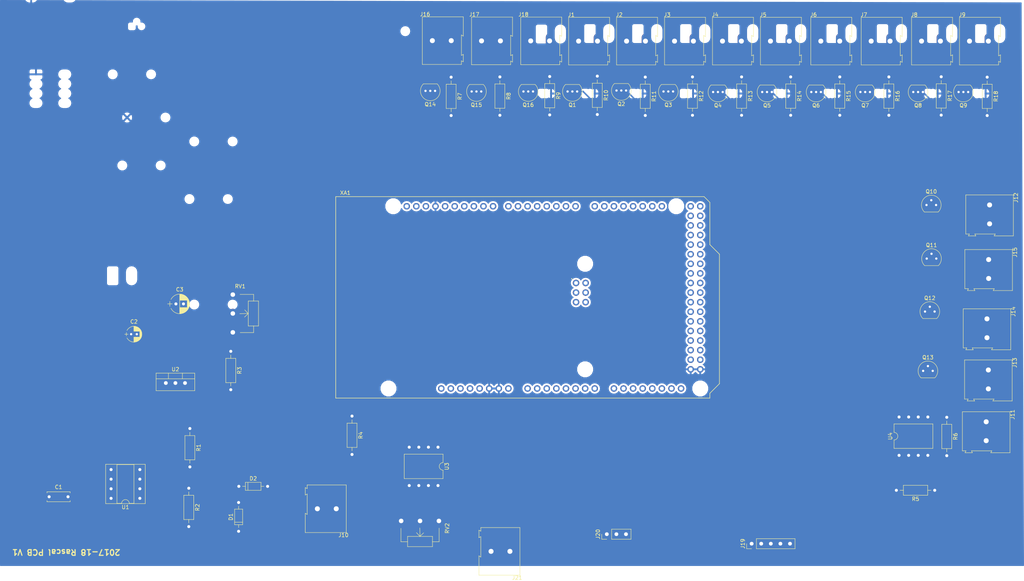
<source format=kicad_pcb>
(kicad_pcb (version 4) (host pcbnew 4.0.7)
  (layers (0 F.Cu signal) (31 B.Cu signal) (34 B.Paste user) (35 F.Paste user) (36 B.SilkS user) (37 F.SilkS user) (38 B.Mask user) (39 F.Mask user) (44 Edge.Cuts user))
  (net 0 "")
  (net 1 +5V)
  (net 2 "Net-(J1-Pad2)")
  (net 3 "Net-(J2-Pad2)")
  (net 4 "Net-(J3-Pad2)")
  (net 5 "Net-(J4-Pad2)")
  (net 6 "Net-(J5-Pad2)")
  (net 7 "Net-(J6-Pad2)")
  (net 8 "Net-(J7-Pad2)")
  (net 9 "Net-(J8-Pad2)")
  (net 10 "Net-(J9-Pad2)")
  (net 11 GND)
  (net 12 /Stepper/pulY)
  (net 13 /Stepper/dirY)
  (net 14 /Stepper/enaY)
  (net 15 /Stepper/pulZ)
  (net 16 /Stepper/dirZ)
  (net 17 /Stepper/enaZ)
  (net 18 "Net-(J12-Pad1)")
  (net 19 "Net-(J12-Pad2)")
  (net 20 "Net-(J15-Pad1)")
  (net 21 "Net-(J14-Pad1)")
  (net 22 "Net-(J13-Pad1)")
  (net 23 "Net-(C1-Pad1)")
  (net 24 "Net-(C2-Pad1)")
  (net 25 "Net-(C3-Pad2)")
  (net 26 "Net-(R1-Pad2)")
  (net 27 +12V)
  (net 28 /force/forceOut)
  (net 29 "Net-(C5-Pad1)")
  (net 30 "Net-(C5-Pad2)")
  (net 31 "Net-(J11-Pad1)")
  (net 32 "Net-(R3-Pad1)")
  (net 33 "Net-(C7-Pad2)")
  (net 34 "Net-(C4-Pad1)")
  (net 35 "Net-(C4-Pad2)")
  (net 36 "Net-(J16-Pad2)")
  (net 37 "Net-(J17-Pad2)")
  (net 38 "Net-(J18-Pad2)")
  (net 39 "Net-(Q1-Pad1)")
  (net 40 "Net-(Q2-Pad1)")
  (net 41 "Net-(Q3-Pad1)")
  (net 42 "Net-(Q4-Pad1)")
  (net 43 "Net-(Q5-Pad1)")
  (net 44 "Net-(Q6-Pad1)")
  (net 45 "Net-(Q7-Pad1)")
  (net 46 "Net-(Q8-Pad1)")
  (net 47 "Net-(Q9-Pad1)")
  (net 48 "Net-(Q14-Pad1)")
  (net 49 "Net-(Q15-Pad1)")
  (net 50 "Net-(Q16-Pad1)")
  (net 51 "Net-(C3-Pad1)")
  (net 52 "Net-(J21-Pad1)")
  (module Connectors_Terminal_Blocks:TerminalBlock_Altech_AK300-2_P5.00mm (layer F.Cu) (at 140.205 23.525)
    (fp_text reference J17 (at -1.92 -6.99) (layer F.SilkS))
    (fp_text value dirX0)
    (pad 1 thru_hole rect (at 0 0) (size 1.98 3.96) (drill 1.32) (layers *.Cu *.Mask) (net 1 +5V))
    (pad 2 thru_hole oval (at 5 0) (size 1.98 3.96) (drill 1.32) (layers *.Cu *.Mask) (net 37 "Net-(J17-Pad2)"))
  )
  (module Arduino:Arduino_Mega2560_Shield (layer F.Cu) (at 101.6 118.11)
    (fp_text reference XA1 (at 2.54 -54.356) (layer F.SilkS))
    (fp_text value Arduino_Mega2560_Shield)
    (fp_text user . (at 62.484 -32.004) (layer F.SilkS))
    (pad RST2 thru_hole oval (at 63.627 -25.4) (size 1.7272 1.7272) (drill 1.016) (layers *.Cu *.Mask))
    (pad GND4 thru_hole oval (at 66.167 -25.4) (size 1.7272 1.7272) (drill 1.016) (layers *.Cu *.Mask))
    (pad MOSI thru_hole oval (at 66.167 -27.94) (size 1.7272 1.7272) (drill 1.016) (layers *.Cu *.Mask))
    (pad SCK thru_hole oval (at 63.627 -27.94) (size 1.7272 1.7272) (drill 1.016) (layers *.Cu *.Mask))
    (pad 5V2 thru_hole oval (at 66.167 -30.48) (size 1.7272 1.7272) (drill 1.016) (layers *.Cu *.Mask))
    (pad A0 thru_hole oval (at 50.8 -2.54) (size 1.7272 1.7272) (drill 1.016) (layers *.Cu *.Mask) (net 28 /force/forceOut))
    (pad VIN thru_hole oval (at 45.72 -2.54) (size 1.7272 1.7272) (drill 1.016) (layers *.Cu *.Mask) (net 52 "Net-(J21-Pad1)"))
    (pad GND3 thru_hole oval (at 43.18 -2.54) (size 1.7272 1.7272) (drill 1.016) (layers *.Cu *.Mask) (net 11 GND))
    (pad GND2 thru_hole oval (at 40.64 -2.54) (size 1.7272 1.7272) (drill 1.016) (layers *.Cu *.Mask) (net 11 GND))
    (pad 5V1 thru_hole oval (at 38.1 -2.54) (size 1.7272 1.7272) (drill 1.016) (layers *.Cu *.Mask) (net 1 +5V))
    (pad 3V3 thru_hole oval (at 35.56 -2.54) (size 1.7272 1.7272) (drill 1.016) (layers *.Cu *.Mask))
    (pad RST1 thru_hole oval (at 33.02 -2.54) (size 1.7272 1.7272) (drill 1.016) (layers *.Cu *.Mask))
    (pad IORF thru_hole oval (at 30.48 -2.54) (size 1.7272 1.7272) (drill 1.016) (layers *.Cu *.Mask))
    (pad D21 thru_hole oval (at 86.36 -50.8) (size 1.7272 1.7272) (drill 1.016) (layers *.Cu *.Mask))
    (pad D20 thru_hole oval (at 83.82 -50.8) (size 1.7272 1.7272) (drill 1.016) (layers *.Cu *.Mask))
    (pad D19 thru_hole oval (at 81.28 -50.8) (size 1.7272 1.7272) (drill 1.016) (layers *.Cu *.Mask))
    (pad D18 thru_hole oval (at 78.74 -50.8) (size 1.7272 1.7272) (drill 1.016) (layers *.Cu *.Mask))
    (pad D17 thru_hole oval (at 76.2 -50.8) (size 1.7272 1.7272) (drill 1.016) (layers *.Cu *.Mask))
    (pad D16 thru_hole oval (at 73.66 -50.8) (size 1.7272 1.7272) (drill 1.016) (layers *.Cu *.Mask))
    (pad D15 thru_hole oval (at 71.12 -50.8) (size 1.7272 1.7272) (drill 1.016) (layers *.Cu *.Mask))
    (pad D14 thru_hole oval (at 68.58 -50.8) (size 1.7272 1.7272) (drill 1.016) (layers *.Cu *.Mask))
    (pad D0 thru_hole oval (at 63.5 -50.8) (size 1.7272 1.7272) (drill 1.016) (layers *.Cu *.Mask))
    (pad D1 thru_hole oval (at 60.96 -50.8) (size 1.7272 1.7272) (drill 1.016) (layers *.Cu *.Mask))
    (pad D2 thru_hole oval (at 58.42 -50.8) (size 1.7272 1.7272) (drill 1.016) (layers *.Cu *.Mask))
    (pad D3 thru_hole oval (at 55.88 -50.8) (size 1.7272 1.7272) (drill 1.016) (layers *.Cu *.Mask))
    (pad D4 thru_hole oval (at 53.34 -50.8) (size 1.7272 1.7272) (drill 1.016) (layers *.Cu *.Mask))
    (pad D5 thru_hole oval (at 50.8 -50.8) (size 1.7272 1.7272) (drill 1.016) (layers *.Cu *.Mask))
    (pad D6 thru_hole oval (at 48.26 -50.8) (size 1.7272 1.7272) (drill 1.016) (layers *.Cu *.Mask))
    (pad D7 thru_hole oval (at 45.72 -50.8) (size 1.7272 1.7272) (drill 1.016) (layers *.Cu *.Mask))
    (pad GND1 thru_hole oval (at 26.416 -50.8) (size 1.7272 1.7272) (drill 1.016) (layers *.Cu *.Mask) (net 11 GND))
    (pad D8 thru_hole oval (at 41.656 -50.8) (size 1.7272 1.7272) (drill 1.016) (layers *.Cu *.Mask))
    (pad D9 thru_hole oval (at 39.116 -50.8) (size 1.7272 1.7272) (drill 1.016) (layers *.Cu *.Mask))
    (pad D10 thru_hole oval (at 36.576 -50.8) (size 1.7272 1.7272) (drill 1.016) (layers *.Cu *.Mask) (net 15 /Stepper/pulZ))
    (pad "" np_thru_hole circle (at 66.04 -7.62) (size 3.2 3.2) (drill 3.2) (layers *.Cu *.Mask))
    (pad "" np_thru_hole circle (at 66.04 -35.56) (size 3.2 3.2) (drill 3.2) (layers *.Cu *.Mask))
    (pad "" np_thru_hole circle (at 90.17 -50.8) (size 3.2 3.2) (drill 3.2) (layers *.Cu *.Mask))
    (pad "" np_thru_hole circle (at 15.24 -50.8) (size 3.2 3.2) (drill 3.2) (layers *.Cu *.Mask))
    (pad "" np_thru_hole circle (at 96.52 -2.54) (size 3.2 3.2) (drill 3.2) (layers *.Cu *.Mask))
    (pad "" np_thru_hole circle (at 13.97 -2.54) (size 3.2 3.2) (drill 3.2) (layers *.Cu *.Mask))
    (pad SCL thru_hole oval (at 18.796 -50.8) (size 1.7272 1.7272) (drill 1.016) (layers *.Cu *.Mask))
    (pad SDA thru_hole oval (at 21.336 -50.8) (size 1.7272 1.7272) (drill 1.016) (layers *.Cu *.Mask))
    (pad AREF thru_hole oval (at 23.876 -50.8) (size 1.7272 1.7272) (drill 1.016) (layers *.Cu *.Mask))
    (pad D13 thru_hole oval (at 28.956 -50.8) (size 1.7272 1.7272) (drill 1.016) (layers *.Cu *.Mask))
    (pad D12 thru_hole oval (at 31.496 -50.8) (size 1.7272 1.7272) (drill 1.016) (layers *.Cu *.Mask) (net 12 /Stepper/pulY))
    (pad D11 thru_hole oval (at 34.036 -50.8) (size 1.7272 1.7272) (drill 1.016) (layers *.Cu *.Mask))
    (pad "" thru_hole oval (at 27.94 -2.54) (size 1.7272 1.7272) (drill 1.016) (layers *.Cu *.Mask))
    (pad A1 thru_hole oval (at 53.34 -2.54) (size 1.7272 1.7272) (drill 1.016) (layers *.Cu *.Mask))
    (pad A2 thru_hole oval (at 55.88 -2.54) (size 1.7272 1.7272) (drill 1.016) (layers *.Cu *.Mask))
    (pad A3 thru_hole oval (at 58.42 -2.54) (size 1.7272 1.7272) (drill 1.016) (layers *.Cu *.Mask))
    (pad A4 thru_hole oval (at 60.96 -2.54) (size 1.7272 1.7272) (drill 1.016) (layers *.Cu *.Mask))
    (pad A5 thru_hole oval (at 63.5 -2.54) (size 1.7272 1.7272) (drill 1.016) (layers *.Cu *.Mask))
    (pad A6 thru_hole oval (at 66.04 -2.54) (size 1.7272 1.7272) (drill 1.016) (layers *.Cu *.Mask))
    (pad A7 thru_hole oval (at 68.58 -2.54) (size 1.7272 1.7272) (drill 1.016) (layers *.Cu *.Mask))
    (pad A8 thru_hole oval (at 73.66 -2.54) (size 1.7272 1.7272) (drill 1.016) (layers *.Cu *.Mask))
    (pad A9 thru_hole oval (at 76.2 -2.54) (size 1.7272 1.7272) (drill 1.016) (layers *.Cu *.Mask))
    (pad A10 thru_hole oval (at 78.74 -2.54) (size 1.7272 1.7272) (drill 1.016) (layers *.Cu *.Mask))
    (pad A11 thru_hole oval (at 81.28 -2.54) (size 1.7272 1.7272) (drill 1.016) (layers *.Cu *.Mask))
    (pad A12 thru_hole oval (at 83.82 -2.54) (size 1.7272 1.7272) (drill 1.016) (layers *.Cu *.Mask))
    (pad A13 thru_hole oval (at 86.36 -2.54) (size 1.7272 1.7272) (drill 1.016) (layers *.Cu *.Mask))
    (pad A14 thru_hole oval (at 88.9 -2.54) (size 1.7272 1.7272) (drill 1.016) (layers *.Cu *.Mask))
    (pad A15 thru_hole oval (at 91.44 -2.54) (size 1.7272 1.7272) (drill 1.016) (layers *.Cu *.Mask))
    (pad 5V3 thru_hole oval (at 93.98 -50.8) (size 1.7272 1.7272) (drill 1.016) (layers *.Cu *.Mask) (net 1 +5V))
    (pad 5V4 thru_hole oval (at 96.52 -50.8) (size 1.7272 1.7272) (drill 1.016) (layers *.Cu *.Mask) (net 1 +5V))
    (pad D22 thru_hole oval (at 93.98 -48.26) (size 1.7272 1.7272) (drill 1.016) (layers *.Cu *.Mask))
    (pad D23 thru_hole oval (at 96.52 -48.26) (size 1.7272 1.7272) (drill 1.016) (layers *.Cu *.Mask))
    (pad D24 thru_hole oval (at 93.98 -45.72) (size 1.7272 1.7272) (drill 1.016) (layers *.Cu *.Mask) (net 13 /Stepper/dirY))
    (pad D25 thru_hole oval (at 96.52 -45.72) (size 1.7272 1.7272) (drill 1.016) (layers *.Cu *.Mask) (net 14 /Stepper/enaY))
    (pad D26 thru_hole oval (at 93.98 -43.18) (size 1.7272 1.7272) (drill 1.016) (layers *.Cu *.Mask) (net 16 /Stepper/dirZ))
    (pad D27 thru_hole oval (at 96.52 -43.18) (size 1.7272 1.7272) (drill 1.016) (layers *.Cu *.Mask) (net 17 /Stepper/enaZ))
    (pad D28 thru_hole oval (at 93.98 -40.64) (size 1.7272 1.7272) (drill 1.016) (layers *.Cu *.Mask))
    (pad D29 thru_hole oval (at 96.52 -40.64) (size 1.7272 1.7272) (drill 1.016) (layers *.Cu *.Mask))
    (pad D30 thru_hole oval (at 93.98 -38.1) (size 1.7272 1.7272) (drill 1.016) (layers *.Cu *.Mask))
    (pad D31 thru_hole oval (at 96.52 -38.1) (size 1.7272 1.7272) (drill 1.016) (layers *.Cu *.Mask))
    (pad D32 thru_hole oval (at 93.98 -35.56) (size 1.7272 1.7272) (drill 1.016) (layers *.Cu *.Mask))
    (pad D33 thru_hole oval (at 96.52 -35.56) (size 1.7272 1.7272) (drill 1.016) (layers *.Cu *.Mask))
    (pad D34 thru_hole oval (at 93.98 -33.02) (size 1.7272 1.7272) (drill 1.016) (layers *.Cu *.Mask))
    (pad D35 thru_hole oval (at 96.52 -33.02) (size 1.7272 1.7272) (drill 1.016) (layers *.Cu *.Mask))
    (pad D36 thru_hole oval (at 93.98 -30.48) (size 1.7272 1.7272) (drill 1.016) (layers *.Cu *.Mask))
    (pad D37 thru_hole oval (at 96.52 -30.48) (size 1.7272 1.7272) (drill 1.016) (layers *.Cu *.Mask))
    (pad D38 thru_hole oval (at 93.98 -27.94) (size 1.7272 1.7272) (drill 1.016) (layers *.Cu *.Mask))
    (pad D39 thru_hole oval (at 96.52 -27.94) (size 1.7272 1.7272) (drill 1.016) (layers *.Cu *.Mask))
    (pad D40 thru_hole oval (at 93.98 -25.4) (size 1.7272 1.7272) (drill 1.016) (layers *.Cu *.Mask))
    (pad D41 thru_hole oval (at 96.52 -25.4) (size 1.7272 1.7272) (drill 1.016) (layers *.Cu *.Mask))
    (pad D42 thru_hole oval (at 93.98 -22.86) (size 1.7272 1.7272) (drill 1.016) (layers *.Cu *.Mask))
    (pad D43 thru_hole oval (at 96.52 -22.86) (size 1.7272 1.7272) (drill 1.016) (layers *.Cu *.Mask))
    (pad D44 thru_hole oval (at 93.98 -20.32) (size 1.7272 1.7272) (drill 1.016) (layers *.Cu *.Mask))
    (pad D45 thru_hole oval (at 96.52 -20.32) (size 1.7272 1.7272) (drill 1.016) (layers *.Cu *.Mask))
    (pad D46 thru_hole oval (at 93.98 -17.78) (size 1.7272 1.7272) (drill 1.016) (layers *.Cu *.Mask))
    (pad D47 thru_hole oval (at 96.52 -17.78) (size 1.7272 1.7272) (drill 1.016) (layers *.Cu *.Mask))
    (pad D48 thru_hole oval (at 93.98 -15.24) (size 1.7272 1.7272) (drill 1.016) (layers *.Cu *.Mask))
    (pad D49 thru_hole oval (at 96.52 -15.24) (size 1.7272 1.7272) (drill 1.016) (layers *.Cu *.Mask))
    (pad D50 thru_hole oval (at 93.98 -12.7) (size 1.7272 1.7272) (drill 1.016) (layers *.Cu *.Mask))
    (pad D51 thru_hole oval (at 96.52 -12.7) (size 1.7272 1.7272) (drill 1.016) (layers *.Cu *.Mask))
    (pad D52 thru_hole oval (at 93.98 -10.16) (size 1.7272 1.7272) (drill 1.016) (layers *.Cu *.Mask))
    (pad D53 thru_hole oval (at 96.52 -10.16) (size 1.7272 1.7272) (drill 1.016) (layers *.Cu *.Mask))
    (pad GND5 thru_hole oval (at 93.98 -7.62) (size 1.7272 1.7272) (drill 1.016) (layers *.Cu *.Mask) (net 11 GND))
    (pad GND6 thru_hole oval (at 96.52 -7.62) (size 1.7272 1.7272) (drill 1.016) (layers *.Cu *.Mask) (net 11 GND))
    (pad MISO thru_hole oval (at 63.627 -30.48) (size 1.7272 1.7272) (drill 1.016) (layers *.Cu *.Mask))
  )
  (module Connectors_Terminal_Blocks:TerminalBlock_Altech_AK300-2_P5.00mm (layer F.Cu) (at 165.91 23.59)
    (fp_text reference J1 (at -1.92 -6.99) (layer F.SilkS))
    (fp_text value pulX1)
    (pad 1 thru_hole rect (at 0 0) (size 1.98 3.96) (drill 1.32) (layers *.Cu *.Mask) (net 1 +5V))
    (pad 2 thru_hole oval (at 5 0) (size 1.98 3.96) (drill 1.32) (layers *.Cu *.Mask) (net 2 "Net-(J1-Pad2)"))
  )
  (module Connectors_Terminal_Blocks:TerminalBlock_Altech_AK300-2_P5.00mm (layer F.Cu) (at 178.61 23.59)
    (fp_text reference J2 (at -1.92 -6.99) (layer F.SilkS))
    (fp_text value dirX1)
    (pad 1 thru_hole rect (at 0 0) (size 1.98 3.96) (drill 1.32) (layers *.Cu *.Mask) (net 1 +5V))
    (pad 2 thru_hole oval (at 5 0) (size 1.98 3.96) (drill 1.32) (layers *.Cu *.Mask) (net 3 "Net-(J2-Pad2)"))
  )
  (module Connectors_Terminal_Blocks:TerminalBlock_Altech_AK300-2_P5.00mm (layer F.Cu) (at 191.31 23.59)
    (fp_text reference J3 (at -1.92 -6.99) (layer F.SilkS))
    (fp_text value enaX1)
    (pad 1 thru_hole rect (at 0 0) (size 1.98 3.96) (drill 1.32) (layers *.Cu *.Mask) (net 1 +5V))
    (pad 2 thru_hole oval (at 5 0) (size 1.98 3.96) (drill 1.32) (layers *.Cu *.Mask) (net 4 "Net-(J3-Pad2)"))
  )
  (module Connectors_Terminal_Blocks:TerminalBlock_Altech_AK300-2_P5.00mm (layer F.Cu) (at 204.01 23.59)
    (fp_text reference J4 (at -1.92 -6.99) (layer F.SilkS))
    (fp_text value pulY)
    (pad 1 thru_hole rect (at 0 0) (size 1.98 3.96) (drill 1.32) (layers *.Cu *.Mask) (net 1 +5V))
    (pad 2 thru_hole oval (at 5 0) (size 1.98 3.96) (drill 1.32) (layers *.Cu *.Mask) (net 5 "Net-(J4-Pad2)"))
  )
  (module Connectors_Terminal_Blocks:TerminalBlock_Altech_AK300-2_P5.00mm (layer F.Cu) (at 216.71 23.59)
    (fp_text reference J5 (at -1.92 -6.99) (layer F.SilkS))
    (fp_text value dirY)
    (pad 1 thru_hole rect (at 0 0) (size 1.98 3.96) (drill 1.32) (layers *.Cu *.Mask) (net 1 +5V))
    (pad 2 thru_hole oval (at 5 0) (size 1.98 3.96) (drill 1.32) (layers *.Cu *.Mask) (net 6 "Net-(J5-Pad2)"))
  )
  (module Connectors_Terminal_Blocks:TerminalBlock_Altech_AK300-2_P5.00mm (layer F.Cu) (at 230.045 23.59)
    (fp_text reference J6 (at -1.92 -6.99) (layer F.SilkS))
    (fp_text value enaY)
    (pad 1 thru_hole rect (at 0 0) (size 1.98 3.96) (drill 1.32) (layers *.Cu *.Mask) (net 1 +5V))
    (pad 2 thru_hole oval (at 5 0) (size 1.98 3.96) (drill 1.32) (layers *.Cu *.Mask) (net 7 "Net-(J6-Pad2)"))
  )
  (module Connectors_Terminal_Blocks:TerminalBlock_Altech_AK300-2_P5.00mm (layer F.Cu) (at 243.38 23.59)
    (fp_text reference J7 (at -1.92 -6.99) (layer F.SilkS))
    (fp_text value pulZ)
    (pad 1 thru_hole rect (at 0 0) (size 1.98 3.96) (drill 1.32) (layers *.Cu *.Mask) (net 1 +5V))
    (pad 2 thru_hole oval (at 5 0) (size 1.98 3.96) (drill 1.32) (layers *.Cu *.Mask) (net 8 "Net-(J7-Pad2)"))
  )
  (module Connectors_Terminal_Blocks:TerminalBlock_Altech_AK300-2_P5.00mm (layer F.Cu) (at 256.715 23.59)
    (fp_text reference J8 (at -1.92 -6.99) (layer F.SilkS))
    (fp_text value dirZ)
    (pad 1 thru_hole rect (at 0 0) (size 1.98 3.96) (drill 1.32) (layers *.Cu *.Mask) (net 1 +5V))
    (pad 2 thru_hole oval (at 5 0) (size 1.98 3.96) (drill 1.32) (layers *.Cu *.Mask) (net 9 "Net-(J8-Pad2)"))
  )
  (module Connectors_Terminal_Blocks:TerminalBlock_Altech_AK300-2_P5.00mm (layer F.Cu) (at 269.415 23.59)
    (fp_text reference J9 (at -1.92 -6.99) (layer F.SilkS))
    (fp_text value enaZ)
    (pad 1 thru_hole rect (at 0 0) (size 1.98 3.96) (drill 1.32) (layers *.Cu *.Mask) (net 1 +5V))
    (pad 2 thru_hole oval (at 5 0) (size 1.98 3.96) (drill 1.32) (layers *.Cu *.Mask) (net 10 "Net-(J9-Pad2)"))
  )
  (module TO_SOT_Packages_THT:TO-92_Inline_Narrow_Oval (layer F.Cu) (at 165.529 36.925 180)
    (fp_text reference Q1 (at 1.27 -3.56 180) (layer F.SilkS))
    (fp_text value Q_NPN_CBE)
    (pad 2 thru_hole oval (at 1.27 0) (size 0.9 1.5) (drill 0.6) (layers *.Cu *.Mask))
    (pad 3 thru_hole oval (at 2.54 0) (size 0.9 1.5) (drill 0.6) (layers *.Cu *.Mask) (net 11 GND))
    (pad 1 thru_hole rect (at 0 0) (size 0.9 1.5) (drill 0.6) (layers *.Cu *.Mask) (net 39 "Net-(Q1-Pad1)"))
  )
  (module TO_SOT_Packages_THT:TO-92_Inline_Narrow_Oval (layer F.Cu) (at 178.483 36.671 180)
    (fp_text reference Q2 (at 1.27 -3.56 180) (layer F.SilkS))
    (fp_text value Q_NPN_CBE)
    (pad 2 thru_hole oval (at 1.27 0) (size 0.9 1.5) (drill 0.6) (layers *.Cu *.Mask))
    (pad 3 thru_hole oval (at 2.54 0) (size 0.9 1.5) (drill 0.6) (layers *.Cu *.Mask) (net 11 GND))
    (pad 1 thru_hole rect (at 0 0) (size 0.9 1.5) (drill 0.6) (layers *.Cu *.Mask) (net 40 "Net-(Q2-Pad1)"))
  )
  (module TO_SOT_Packages_THT:TO-92_Inline_Narrow_Oval (layer F.Cu) (at 190.929 36.925 180)
    (fp_text reference Q3 (at 1.27 -3.56 180) (layer F.SilkS))
    (fp_text value Q_NPN_CBE)
    (pad 2 thru_hole oval (at 1.27 0) (size 0.9 1.5) (drill 0.6) (layers *.Cu *.Mask))
    (pad 3 thru_hole oval (at 2.54 0) (size 0.9 1.5) (drill 0.6) (layers *.Cu *.Mask) (net 11 GND))
    (pad 1 thru_hole rect (at 0 0) (size 0.9 1.5) (drill 0.6) (layers *.Cu *.Mask) (net 41 "Net-(Q3-Pad1)"))
  )
  (module TO_SOT_Packages_THT:TO-92_Inline_Narrow_Oval (layer F.Cu) (at 204.065 37.065 180)
    (fp_text reference Q4 (at 1.27 -3.56 180) (layer F.SilkS))
    (fp_text value Q_NPN_CBE)
    (pad 2 thru_hole oval (at 1.27 0) (size 0.9 1.5) (drill 0.6) (layers *.Cu *.Mask) (net 12 /Stepper/pulY))
    (pad 3 thru_hole oval (at 2.54 0) (size 0.9 1.5) (drill 0.6) (layers *.Cu *.Mask) (net 11 GND))
    (pad 1 thru_hole rect (at 0 0) (size 0.9 1.5) (drill 0.6) (layers *.Cu *.Mask) (net 42 "Net-(Q4-Pad1)"))
  )
  (module TO_SOT_Packages_THT:TO-92_Inline_Narrow_Oval (layer F.Cu) (at 217.065 37.065 180)
    (fp_text reference Q5 (at 1.27 -3.56 180) (layer F.SilkS))
    (fp_text value Q_NPN_CBE)
    (pad 2 thru_hole oval (at 1.27 0) (size 0.9 1.5) (drill 0.6) (layers *.Cu *.Mask) (net 13 /Stepper/dirY))
    (pad 3 thru_hole oval (at 2.54 0) (size 0.9 1.5) (drill 0.6) (layers *.Cu *.Mask) (net 11 GND))
    (pad 1 thru_hole rect (at 0 0) (size 0.9 1.5) (drill 0.6) (layers *.Cu *.Mask) (net 43 "Net-(Q5-Pad1)"))
  )
  (module TO_SOT_Packages_THT:TO-92_Inline_Narrow_Oval (layer F.Cu) (at 230.065 37.065 180)
    (fp_text reference Q6 (at 1.27 -3.56 180) (layer F.SilkS))
    (fp_text value Q_NPN_CBE)
    (pad 2 thru_hole oval (at 1.27 0) (size 0.9 1.5) (drill 0.6) (layers *.Cu *.Mask) (net 14 /Stepper/enaY))
    (pad 3 thru_hole oval (at 2.54 0) (size 0.9 1.5) (drill 0.6) (layers *.Cu *.Mask) (net 11 GND))
    (pad 1 thru_hole rect (at 0 0) (size 0.9 1.5) (drill 0.6) (layers *.Cu *.Mask) (net 44 "Net-(Q6-Pad1)"))
  )
  (module TO_SOT_Packages_THT:TO-92_Inline_Narrow_Oval (layer F.Cu) (at 243.065 37.065 180)
    (fp_text reference Q7 (at 1.27 -3.56 180) (layer F.SilkS))
    (fp_text value Q_NPN_CBE)
    (pad 2 thru_hole oval (at 1.27 0) (size 0.9 1.5) (drill 0.6) (layers *.Cu *.Mask) (net 15 /Stepper/pulZ))
    (pad 3 thru_hole oval (at 2.54 0) (size 0.9 1.5) (drill 0.6) (layers *.Cu *.Mask) (net 11 GND))
    (pad 1 thru_hole rect (at 0 0) (size 0.9 1.5) (drill 0.6) (layers *.Cu *.Mask) (net 45 "Net-(Q7-Pad1)"))
  )
  (module TO_SOT_Packages_THT:TO-92_Inline_Narrow_Oval (layer F.Cu) (at 257.065 37.065 180)
    (fp_text reference Q8 (at 1.27 -3.56 180) (layer F.SilkS))
    (fp_text value Q_NPN_CBE)
    (pad 2 thru_hole oval (at 1.27 0) (size 0.9 1.5) (drill 0.6) (layers *.Cu *.Mask) (net 16 /Stepper/dirZ))
    (pad 3 thru_hole oval (at 2.54 0) (size 0.9 1.5) (drill 0.6) (layers *.Cu *.Mask) (net 11 GND))
    (pad 1 thru_hole rect (at 0 0) (size 0.9 1.5) (drill 0.6) (layers *.Cu *.Mask) (net 46 "Net-(Q8-Pad1)"))
  )
  (module TO_SOT_Packages_THT:TO-92_Inline_Narrow_Oval (layer F.Cu) (at 269.065 37.065 180)
    (fp_text reference Q9 (at 1.27 -3.56 180) (layer F.SilkS))
    (fp_text value Q_NPN_CBE)
    (pad 2 thru_hole oval (at 1.27 0) (size 0.9 1.5) (drill 0.6) (layers *.Cu *.Mask) (net 17 /Stepper/enaZ))
    (pad 3 thru_hole oval (at 2.54 0) (size 0.9 1.5) (drill 0.6) (layers *.Cu *.Mask) (net 11 GND))
    (pad 1 thru_hole rect (at 0 0) (size 0.9 1.5) (drill 0.6) (layers *.Cu *.Mask) (net 47 "Net-(Q9-Pad1)"))
  )
  (module TO_SOT_Packages_THT:TO-92_Molded_Narrow (layer F.Cu) (at 258.025 66.985)
    (fp_text reference Q10 (at 1.27 -3.56) (layer F.SilkS))
    (fp_text value PN2222A)
    (pad 2 thru_hole circle (at 1.27 -1.27 90) (size 1 1) (drill 0.6) (layers *.Cu *.Mask))
    (pad 3 thru_hole circle (at 2.54 0 90) (size 1 1) (drill 0.6) (layers *.Cu *.Mask) (net 18 "Net-(J12-Pad1)"))
    (pad 1 thru_hole rect (at 0 0 90) (size 1 1) (drill 0.6) (layers *.Cu *.Mask) (net 19 "Net-(J12-Pad2)"))
  )
  (module TO_SOT_Packages_THT:TO-92_Molded_Narrow (layer F.Cu) (at 258.085 81.175)
    (fp_text reference Q11 (at 1.27 -3.56) (layer F.SilkS))
    (fp_text value PN2222A)
    (pad 2 thru_hole circle (at 1.27 -1.27 90) (size 1 1) (drill 0.6) (layers *.Cu *.Mask))
    (pad 3 thru_hole circle (at 2.54 0 90) (size 1 1) (drill 0.6) (layers *.Cu *.Mask) (net 20 "Net-(J15-Pad1)"))
    (pad 1 thru_hole rect (at 0 0 90) (size 1 1) (drill 0.6) (layers *.Cu *.Mask) (net 19 "Net-(J12-Pad2)"))
  )
  (module TO_SOT_Packages_THT:TO-92_Molded_Narrow (layer F.Cu) (at 257.635 95.195)
    (fp_text reference Q12 (at 1.27 -3.56) (layer F.SilkS))
    (fp_text value PN2222A)
    (pad 2 thru_hole circle (at 1.27 -1.27 90) (size 1 1) (drill 0.6) (layers *.Cu *.Mask))
    (pad 3 thru_hole circle (at 2.54 0 90) (size 1 1) (drill 0.6) (layers *.Cu *.Mask) (net 21 "Net-(J14-Pad1)"))
    (pad 1 thru_hole rect (at 0 0 90) (size 1 1) (drill 0.6) (layers *.Cu *.Mask) (net 19 "Net-(J12-Pad2)"))
  )
  (module TO_SOT_Packages_THT:TO-92_Molded_Narrow (layer F.Cu) (at 257.135 110.905)
    (fp_text reference Q13 (at 1.27 -3.56) (layer F.SilkS))
    (fp_text value PN2222A)
    (pad 2 thru_hole circle (at 1.27 -1.27 90) (size 1 1) (drill 0.6) (layers *.Cu *.Mask))
    (pad 3 thru_hole circle (at 2.54 0 90) (size 1 1) (drill 0.6) (layers *.Cu *.Mask) (net 22 "Net-(J13-Pad1)"))
    (pad 1 thru_hole rect (at 0 0 90) (size 1 1) (drill 0.6) (layers *.Cu *.Mask) (net 19 "Net-(J12-Pad2)"))
  )
  (module Housings_DIP:DIP-8_W7.62mm_Socket_LongPads (layer F.Cu) (at 49.73 144.66 180)
    (fp_text reference U1 (at 3.81 -2.33 180) (layer F.SilkS))
    (fp_text value NE555)
    (pad 1 thru_hole rect (at 0 0 180) (size 2.4 1.6) (drill 0.8) (layers *.Cu *.Mask) (net 11 GND))
    (pad 5 thru_hole oval (at 7.62 7.62 180) (size 2.4 1.6) (drill 0.8) (layers *.Cu *.Mask) (net 23 "Net-(C1-Pad1)"))
    (pad 2 thru_hole oval (at 0 2.54 180) (size 2.4 1.6) (drill 0.8) (layers *.Cu *.Mask) (net 24 "Net-(C2-Pad1)"))
    (pad 6 thru_hole oval (at 7.62 5.08 180) (size 2.4 1.6) (drill 0.8) (layers *.Cu *.Mask) (net 24 "Net-(C2-Pad1)"))
    (pad 3 thru_hole oval (at 0 5.08 180) (size 2.4 1.6) (drill 0.8) (layers *.Cu *.Mask) (net 25 "Net-(C3-Pad2)"))
    (pad 7 thru_hole oval (at 7.62 2.54 180) (size 2.4 1.6) (drill 0.8) (layers *.Cu *.Mask) (net 26 "Net-(R1-Pad2)"))
    (pad 4 thru_hole oval (at 0 7.62 180) (size 2.4 1.6) (drill 0.8) (layers *.Cu *.Mask) (net 27 +12V))
    (pad 8 thru_hole oval (at 7.62 0 180) (size 2.4 1.6) (drill 0.8) (layers *.Cu *.Mask) (net 27 +12V))
  )
  (module Connectors_Terminal_Blocks:TerminalBlock_Altech_AK300-2_P5.00mm (layer F.Cu) (at 101.735 147.415 180)
    (fp_text reference J10 (at -1.92 -6.99 180) (layer F.SilkS))
    (fp_text value Flex_Sensor)
    (pad 1 thru_hole rect (at 0 0 180) (size 1.98 3.96) (drill 1.32) (layers *.Cu *.Mask) (net 29 "Net-(C5-Pad1)"))
    (pad 2 thru_hole oval (at 5 0 180) (size 1.98 3.96) (drill 1.32) (layers *.Cu *.Mask) (net 30 "Net-(C5-Pad2)"))
  )
  (module Connectors_Terminal_Blocks:TerminalBlock_Altech_AK300-2_P5.00mm (layer F.Cu) (at 273.835 124.385 270)
    (fp_text reference J11 (at -1.92 -6.99 270) (layer F.SilkS))
    (fp_text value "VFD analog Voltage")
    (pad 1 thru_hole rect (at 0 0 270) (size 1.98 3.96) (drill 1.32) (layers *.Cu *.Mask) (net 31 "Net-(J11-Pad1)"))
    (pad 2 thru_hole oval (at 5 0 270) (size 1.98 3.96) (drill 1.32) (layers *.Cu *.Mask) (net 11 GND))
  )
  (module Connectors_Terminal_Blocks:TerminalBlock_Altech_AK300-2_P5.00mm (layer F.Cu) (at 274.735 66.965 270)
    (fp_text reference J12 (at -1.92 -6.99 270) (layer F.SilkS))
    (fp_text value Forward/Stop)
    (pad 1 thru_hole rect (at 0 0 270) (size 1.98 3.96) (drill 1.32) (layers *.Cu *.Mask) (net 18 "Net-(J12-Pad1)"))
    (pad 2 thru_hole oval (at 5 0 270) (size 1.98 3.96) (drill 1.32) (layers *.Cu *.Mask) (net 19 "Net-(J12-Pad2)"))
  )
  (module Connectors_Terminal_Blocks:TerminalBlock_Altech_AK300-2_P5.00mm (layer F.Cu) (at 274.405 110.665 270)
    (fp_text reference J13 (at -1.92 -6.99 270) (layer F.SilkS))
    (fp_text value Jog)
    (pad 1 thru_hole rect (at 0 0 270) (size 1.98 3.96) (drill 1.32) (layers *.Cu *.Mask) (net 22 "Net-(J13-Pad1)"))
    (pad 2 thru_hole oval (at 5 0 270) (size 1.98 3.96) (drill 1.32) (layers *.Cu *.Mask) (net 19 "Net-(J12-Pad2)"))
  )
  (module Connectors_Terminal_Blocks:TerminalBlock_Altech_AK300-2_P5.00mm (layer F.Cu) (at 274.045 97.125 270)
    (fp_text reference J14 (at -1.92 -6.99 270) (layer F.SilkS))
    (fp_text value "External Faul(N 0)")
    (pad 1 thru_hole rect (at 0 0 270) (size 1.98 3.96) (drill 1.32) (layers *.Cu *.Mask) (net 21 "Net-(J14-Pad1)"))
    (pad 2 thru_hole oval (at 5 0 270) (size 1.98 3.96) (drill 1.32) (layers *.Cu *.Mask) (net 19 "Net-(J12-Pad2)"))
  )
  (module Connectors_Terminal_Blocks:TerminalBlock_Altech_AK300-2_P5.00mm (layer F.Cu) (at 274.485 81.435 270)
    (fp_text reference J15 (at -1.92 -6.99 270) (layer F.SilkS))
    (fp_text value Reverse/Stop)
    (pad 1 thru_hole rect (at 0 0 270) (size 1.98 3.96) (drill 1.32) (layers *.Cu *.Mask) (net 20 "Net-(J15-Pad1)"))
    (pad 2 thru_hole oval (at 5 0 270) (size 1.98 3.96) (drill 1.32) (layers *.Cu *.Mask) (net 19 "Net-(J12-Pad2)"))
  )
  (module Resistors_THT:R_Axial_DIN0207_L6.3mm_D2.5mm_P10.16mm_Horizontal (layer F.Cu) (at 62.98 126.17 270)
    (fp_text reference R1 (at 5.08 -2.31 270) (layer F.SilkS))
    (fp_text value R)
    (pad 1 thru_hole circle (at 0 0 270) (size 1.6 1.6) (drill 0.8) (layers *.Cu *.Mask) (net 27 +12V))
    (pad 2 thru_hole oval (at 10.16 0 270) (size 1.6 1.6) (drill 0.8) (layers *.Cu *.Mask) (net 26 "Net-(R1-Pad2)"))
  )
  (module Resistors_THT:R_Axial_DIN0207_L6.3mm_D2.5mm_P10.16mm_Horizontal (layer F.Cu) (at 62.69 141.98 270)
    (fp_text reference R2 (at 5.08 -2.31 270) (layer F.SilkS))
    (fp_text value R)
    (pad 1 thru_hole circle (at 0 0 270) (size 1.6 1.6) (drill 0.8) (layers *.Cu *.Mask) (net 26 "Net-(R1-Pad2)"))
    (pad 2 thru_hole oval (at 10.16 0 270) (size 1.6 1.6) (drill 0.8) (layers *.Cu *.Mask) (net 24 "Net-(C2-Pad1)"))
  )
  (module Resistors_THT:R_Axial_DIN0207_L6.3mm_D2.5mm_P10.16mm_Horizontal (layer F.Cu) (at 73.81 105.73 270)
    (fp_text reference R3 (at 5.08 -2.31 270) (layer F.SilkS))
    (fp_text value R)
    (pad 1 thru_hole circle (at 0 0 270) (size 1.6 1.6) (drill 0.8) (layers *.Cu *.Mask) (net 32 "Net-(R3-Pad1)"))
    (pad 2 thru_hole oval (at 10.16 0 270) (size 1.6 1.6) (drill 0.8) (layers *.Cu *.Mask) (net 33 "Net-(C7-Pad2)"))
  )
  (module Resistors_THT:R_Axial_DIN0207_L6.3mm_D2.5mm_P10.16mm_Horizontal (layer F.Cu) (at 105.91 122.88 270)
    (fp_text reference R4 (at 5.08 -2.31 270) (layer F.SilkS))
    (fp_text value R)
    (pad 1 thru_hole circle (at 0 0 270) (size 1.6 1.6) (drill 0.8) (layers *.Cu *.Mask) (net 33 "Net-(C7-Pad2)"))
    (pad 2 thru_hole oval (at 10.16 0 270) (size 1.6 1.6) (drill 0.8) (layers *.Cu *.Mask) (net 30 "Net-(C5-Pad2)"))
  )
  (module Resistors_THT:R_Axial_DIN0207_L6.3mm_D2.5mm_P10.16mm_Horizontal (layer F.Cu) (at 260.205 142.525 180)
    (fp_text reference R5 (at 5.08 -2.31 180) (layer F.SilkS))
    (fp_text value R)
    (pad 1 thru_hole circle (at 0 0 180) (size 1.6 1.6) (drill 0.8) (layers *.Cu *.Mask) (net 11 GND))
    (pad 2 thru_hole oval (at 10.16 0 180) (size 1.6 1.6) (drill 0.8) (layers *.Cu *.Mask) (net 19 "Net-(J12-Pad2)"))
  )
  (module Resistors_THT:R_Axial_DIN0207_L6.3mm_D2.5mm_P10.16mm_Horizontal (layer F.Cu) (at 263.395 123.195 270)
    (fp_text reference R6 (at 5.08 -2.31 270) (layer F.SilkS))
    (fp_text value R)
    (pad 1 thru_hole circle (at 0 0 270) (size 1.6 1.6) (drill 0.8) (layers *.Cu *.Mask) (net 31 "Net-(J11-Pad1)"))
    (pad 2 thru_hole oval (at 10.16 0 270) (size 1.6 1.6) (drill 0.8) (layers *.Cu *.Mask) (net 19 "Net-(J12-Pad2)"))
  )
  (module Potentiometers:Potentiometer_WirePads_largePads (layer F.Cu) (at 74.35 90.71)
    (fp_text reference RV1 (at 1.95 -2.2) (layer F.SilkS))
    (fp_text value POT)
    (pad 2 thru_hole circle (at 0 5) (size 2.5 2.5) (drill 1.2) (layers *.Cu *.Mask) (net 34 "Net-(C4-Pad1)"))
    (pad 3 thru_hole circle (at 0 10) (size 2.5 2.5) (drill 1.2) (layers *.Cu *.Mask) (net 34 "Net-(C4-Pad1)"))
    (pad 1 thru_hole circle (at 0 0) (size 2.5 2.5) (drill 1.2) (layers *.Cu *.Mask) (net 32 "Net-(R3-Pad1)"))
  )
  (module Potentiometers:Potentiometer_WirePads_largePads (layer F.Cu) (at 128.92 150.64 270)
    (fp_text reference RV2 (at 1.95 -2.2 270) (layer F.SilkS))
    (fp_text value POT)
    (pad 2 thru_hole circle (at 0 5 270) (size 2.5 2.5) (drill 1.2) (layers *.Cu *.Mask) (net 28 /force/forceOut))
    (pad 3 thru_hole circle (at 0 10 270) (size 2.5 2.5) (drill 1.2) (layers *.Cu *.Mask) (net 29 "Net-(C5-Pad1)"))
    (pad 1 thru_hole circle (at 0 0 270) (size 2.5 2.5) (drill 1.2) (layers *.Cu *.Mask) (net 28 /force/forceOut))
  )
  (module Housings_DIP:DIP-8_W10.16mm_LongPads (layer F.Cu) (at 128.68 131.11 270)
    (fp_text reference U3 (at 5.08 -2.33 270) (layer F.SilkS))
    (fp_text value MCP6004)
    (pad 1 thru_hole rect (at 0 0 270) (size 2.4 1.6) (drill 0.8) (layers *.Cu *.Mask) (net 28 /force/forceOut))
    (pad 5 thru_hole oval (at 10.16 7.62 270) (size 2.4 1.6) (drill 0.8) (layers *.Cu *.Mask))
    (pad 2 thru_hole oval (at 0 2.54 270) (size 2.4 1.6) (drill 0.8) (layers *.Cu *.Mask) (net 29 "Net-(C5-Pad1)"))
    (pad 6 thru_hole oval (at 10.16 5.08 270) (size 2.4 1.6) (drill 0.8) (layers *.Cu *.Mask))
    (pad 3 thru_hole oval (at 0 5.08 270) (size 2.4 1.6) (drill 0.8) (layers *.Cu *.Mask) (net 11 GND))
    (pad 7 thru_hole oval (at 10.16 2.54 270) (size 2.4 1.6) (drill 0.8) (layers *.Cu *.Mask))
    (pad 4 thru_hole oval (at 0 7.62 270) (size 2.4 1.6) (drill 0.8) (layers *.Cu *.Mask) (net 11 GND))
    (pad 8 thru_hole oval (at 10.16 0 270) (size 2.4 1.6) (drill 0.8) (layers *.Cu *.Mask))
  )
  (module Housings_DIP:DIP-8_W10.16mm_LongPads (layer F.Cu) (at 250.765 133.275 90)
    (fp_text reference U4 (at 5.08 -2.33 90) (layer F.SilkS))
    (fp_text value LM741)
    (pad 1 thru_hole rect (at 0 0 90) (size 2.4 1.6) (drill 0.8) (layers *.Cu *.Mask))
    (pad 5 thru_hole oval (at 10.16 7.62 90) (size 2.4 1.6) (drill 0.8) (layers *.Cu *.Mask))
    (pad 2 thru_hole oval (at 0 2.54 90) (size 2.4 1.6) (drill 0.8) (layers *.Cu *.Mask) (net 19 "Net-(J12-Pad2)"))
    (pad 6 thru_hole oval (at 10.16 5.08 90) (size 2.4 1.6) (drill 0.8) (layers *.Cu *.Mask) (net 31 "Net-(J11-Pad1)"))
    (pad 3 thru_hole oval (at 0 5.08 90) (size 2.4 1.6) (drill 0.8) (layers *.Cu *.Mask))
    (pad 7 thru_hole oval (at 10.16 2.54 90) (size 2.4 1.6) (drill 0.8) (layers *.Cu *.Mask) (net 27 +12V))
    (pad 4 thru_hole oval (at 0 7.62 90) (size 2.4 1.6) (drill 0.8) (layers *.Cu *.Mask) (net 11 GND))
    (pad 8 thru_hole oval (at 10.16 0 90) (size 2.4 1.6) (drill 0.8) (layers *.Cu *.Mask))
  )
  (module Diodes_THT:D_DO-35_SOD27_P7.62mm_Horizontal (layer F.Cu) (at 75.88 153.38 90)
    (fp_text reference D1 (at 3.81 -2.06 90) (layer F.SilkS))
    (fp_text value D)
    (pad 1 thru_hole rect (at 0 0 90) (size 1.6 1.6) (drill 0.8) (layers *.Cu *.Mask) (net 11 GND))
    (pad 2 thru_hole oval (at 7.62 0 90) (size 1.6 1.6) (drill 0.8) (layers *.Cu *.Mask) (net 51 "Net-(C3-Pad1)"))
  )
  (module Diodes_THT:D_DO-35_SOD27_P7.62mm_Horizontal (layer F.Cu) (at 75.94 141.48)
    (fp_text reference D2 (at 3.81 -2.06) (layer F.SilkS))
    (fp_text value D)
    (pad 1 thru_hole rect (at 0 0) (size 1.6 1.6) (drill 0.8) (layers *.Cu *.Mask) (net 51 "Net-(C3-Pad1)"))
    (pad 2 thru_hole oval (at 7.62 0) (size 1.6 1.6) (drill 0.8) (layers *.Cu *.Mask) (net 35 "Net-(C4-Pad2)"))
  )
  (module Connectors_Terminal_Blocks:TerminalBlock_Altech_AK300-2_P5.00mm (layer F.Cu) (at 127.185 23.465)
    (fp_text reference J16 (at -1.92 -6.99) (layer F.SilkS))
    (fp_text value pulX0)
    (pad 1 thru_hole rect (at 0 0) (size 1.98 3.96) (drill 1.32) (layers *.Cu *.Mask) (net 1 +5V))
    (pad 2 thru_hole oval (at 5 0) (size 1.98 3.96) (drill 1.32) (layers *.Cu *.Mask) (net 36 "Net-(J16-Pad2)"))
  )
  (module Connectors_Terminal_Blocks:TerminalBlock_Altech_AK300-2_P5.00mm (layer F.Cu) (at 153.225 23.525)
    (fp_text reference J18 (at -1.92 -6.99) (layer F.SilkS))
    (fp_text value enaX0)
    (pad 1 thru_hole rect (at 0 0) (size 1.98 3.96) (drill 1.32) (layers *.Cu *.Mask) (net 1 +5V))
    (pad 2 thru_hole oval (at 5 0) (size 1.98 3.96) (drill 1.32) (layers *.Cu *.Mask) (net 38 "Net-(J18-Pad2)"))
  )
  (module TO_SOT_Packages_THT:TO-92_Inline_Narrow_Oval (layer F.Cu) (at 127.905 36.765 180)
    (fp_text reference Q14 (at 1.27 -3.56 180) (layer F.SilkS))
    (fp_text value Q_NPN_CBE)
    (pad 2 thru_hole oval (at 1.27 0) (size 0.9 1.5) (drill 0.6) (layers *.Cu *.Mask))
    (pad 3 thru_hole oval (at 2.54 0) (size 0.9 1.5) (drill 0.6) (layers *.Cu *.Mask) (net 11 GND))
    (pad 1 thru_hole rect (at 0 0) (size 0.9 1.5) (drill 0.6) (layers *.Cu *.Mask) (net 48 "Net-(Q14-Pad1)"))
  )
  (module TO_SOT_Packages_THT:TO-92_Inline_Narrow_Oval (layer F.Cu) (at 140.129 36.925 180)
    (fp_text reference Q15 (at 1.27 -3.56 180) (layer F.SilkS))
    (fp_text value Q_NPN_CBE)
    (pad 2 thru_hole oval (at 1.27 0) (size 0.9 1.5) (drill 0.6) (layers *.Cu *.Mask))
    (pad 3 thru_hole oval (at 2.54 0) (size 0.9 1.5) (drill 0.6) (layers *.Cu *.Mask) (net 11 GND))
    (pad 1 thru_hole rect (at 0 0) (size 0.9 1.5) (drill 0.6) (layers *.Cu *.Mask) (net 49 "Net-(Q15-Pad1)"))
  )
  (module TO_SOT_Packages_THT:TO-92_Inline_Narrow_Oval (layer F.Cu) (at 153.845 36.925 180)
    (fp_text reference Q16 (at 1.27 -3.56 180) (layer F.SilkS))
    (fp_text value Q_NPN_CBE)
    (pad 2 thru_hole oval (at 1.27 0) (size 0.9 1.5) (drill 0.6) (layers *.Cu *.Mask))
    (pad 3 thru_hole oval (at 2.54 0) (size 0.9 1.5) (drill 0.6) (layers *.Cu *.Mask) (net 11 GND))
    (pad 1 thru_hole rect (at 0 0) (size 0.9 1.5) (drill 0.6) (layers *.Cu *.Mask) (net 50 "Net-(Q16-Pad1)"))
  )
  (module Resistors_THT:R_Axial_DIN0207_L6.3mm_D2.5mm_P10.16mm_Horizontal (layer F.Cu) (at 132.155 33.135 270)
    (fp_text reference R7 (at 5.08 -2.31 270) (layer F.SilkS))
    (fp_text value R)
    (pad 1 thru_hole circle (at 0 0 270) (size 1.6 1.6) (drill 0.8) (layers *.Cu *.Mask) (net 36 "Net-(J16-Pad2)"))
    (pad 2 thru_hole oval (at 10.16 0 270) (size 1.6 1.6) (drill 0.8) (layers *.Cu *.Mask) (net 48 "Net-(Q14-Pad1)"))
  )
  (module Resistors_THT:R_Axial_DIN0207_L6.3mm_D2.5mm_P10.16mm_Horizontal (layer F.Cu) (at 145.065 33.065 270)
    (fp_text reference R8 (at 5.08 -2.31 270) (layer F.SilkS))
    (fp_text value R)
    (pad 1 thru_hole circle (at 0 0 270) (size 1.6 1.6) (drill 0.8) (layers *.Cu *.Mask) (net 37 "Net-(J17-Pad2)"))
    (pad 2 thru_hole oval (at 10.16 0 270) (size 1.6 1.6) (drill 0.8) (layers *.Cu *.Mask) (net 49 "Net-(Q15-Pad1)"))
  )
  (module Resistors_THT:R_Axial_DIN0207_L6.3mm_D2.5mm_P10.16mm_Horizontal (layer F.Cu) (at 158.255 32.965 270)
    (fp_text reference R9 (at 5.08 -2.31 270) (layer F.SilkS))
    (fp_text value R)
    (pad 1 thru_hole circle (at 0 0 270) (size 1.6 1.6) (drill 0.8) (layers *.Cu *.Mask) (net 38 "Net-(J18-Pad2)"))
    (pad 2 thru_hole oval (at 10.16 0 270) (size 1.6 1.6) (drill 0.8) (layers *.Cu *.Mask) (net 50 "Net-(Q16-Pad1)"))
  )
  (module Resistors_THT:R_Axial_DIN0207_L6.3mm_D2.5mm_P10.16mm_Horizontal (layer F.Cu) (at 170.863 32.861 270)
    (fp_text reference R10 (at 5.08 -2.31 270) (layer F.SilkS))
    (fp_text value R)
    (pad 1 thru_hole circle (at 0 0 270) (size 1.6 1.6) (drill 0.8) (layers *.Cu *.Mask) (net 2 "Net-(J1-Pad2)"))
    (pad 2 thru_hole oval (at 10.16 0 270) (size 1.6 1.6) (drill 0.8) (layers *.Cu *.Mask) (net 39 "Net-(Q1-Pad1)"))
  )
  (module Resistors_THT:R_Axial_DIN0207_L6.3mm_D2.5mm_P10.16mm_Horizontal (layer F.Cu) (at 183.563 33.115 270)
    (fp_text reference R11 (at 5.08 -2.31 270) (layer F.SilkS))
    (fp_text value R)
    (pad 1 thru_hole circle (at 0 0 270) (size 1.6 1.6) (drill 0.8) (layers *.Cu *.Mask) (net 3 "Net-(J2-Pad2)"))
    (pad 2 thru_hole oval (at 10.16 0 270) (size 1.6 1.6) (drill 0.8) (layers *.Cu *.Mask) (net 40 "Net-(Q2-Pad1)"))
  )
  (module Resistors_THT:R_Axial_DIN0207_L6.3mm_D2.5mm_P10.16mm_Horizontal (layer F.Cu) (at 196.065 33.065 270)
    (fp_text reference R12 (at 5.08 -2.31 270) (layer F.SilkS))
    (fp_text value R)
    (pad 1 thru_hole circle (at 0 0 270) (size 1.6 1.6) (drill 0.8) (layers *.Cu *.Mask) (net 4 "Net-(J3-Pad2)"))
    (pad 2 thru_hole oval (at 10.16 0 270) (size 1.6 1.6) (drill 0.8) (layers *.Cu *.Mask) (net 41 "Net-(Q3-Pad1)"))
  )
  (module Resistors_THT:R_Axial_DIN0207_L6.3mm_D2.5mm_P10.16mm_Horizontal (layer F.Cu) (at 209.065 33.065 270)
    (fp_text reference R13 (at 5.08 -2.31 270) (layer F.SilkS))
    (fp_text value R)
    (pad 1 thru_hole circle (at 0 0 270) (size 1.6 1.6) (drill 0.8) (layers *.Cu *.Mask) (net 5 "Net-(J4-Pad2)"))
    (pad 2 thru_hole oval (at 10.16 0 270) (size 1.6 1.6) (drill 0.8) (layers *.Cu *.Mask) (net 42 "Net-(Q4-Pad1)"))
  )
  (module Resistors_THT:R_Axial_DIN0207_L6.3mm_D2.5mm_P10.16mm_Horizontal (layer F.Cu) (at 222.065 33.065 270)
    (fp_text reference R14 (at 5.08 -2.31 270) (layer F.SilkS))
    (fp_text value R)
    (pad 1 thru_hole circle (at 0 0 270) (size 1.6 1.6) (drill 0.8) (layers *.Cu *.Mask) (net 6 "Net-(J5-Pad2)"))
    (pad 2 thru_hole oval (at 10.16 0 270) (size 1.6 1.6) (drill 0.8) (layers *.Cu *.Mask) (net 43 "Net-(Q5-Pad1)"))
  )
  (module Resistors_THT:R_Axial_DIN0207_L6.3mm_D2.5mm_P10.16mm_Horizontal (layer F.Cu) (at 235.065 33.065 270)
    (fp_text reference R15 (at 5.08 -2.31 270) (layer F.SilkS))
    (fp_text value R)
    (pad 1 thru_hole circle (at 0 0 270) (size 1.6 1.6) (drill 0.8) (layers *.Cu *.Mask) (net 7 "Net-(J6-Pad2)"))
    (pad 2 thru_hole oval (at 10.16 0 270) (size 1.6 1.6) (drill 0.8) (layers *.Cu *.Mask) (net 44 "Net-(Q6-Pad1)"))
  )
  (module Resistors_THT:R_Axial_DIN0207_L6.3mm_D2.5mm_P10.16mm_Horizontal (layer F.Cu) (at 248.065 33.065 270)
    (fp_text reference R16 (at 5.08 -2.31 270) (layer F.SilkS))
    (fp_text value R)
    (pad 1 thru_hole circle (at 0 0 270) (size 1.6 1.6) (drill 0.8) (layers *.Cu *.Mask) (net 8 "Net-(J7-Pad2)"))
    (pad 2 thru_hole oval (at 10.16 0 270) (size 1.6 1.6) (drill 0.8) (layers *.Cu *.Mask) (net 45 "Net-(Q7-Pad1)"))
  )
  (module Resistors_THT:R_Axial_DIN0207_L6.3mm_D2.5mm_P10.16mm_Horizontal (layer F.Cu) (at 261.925 33.025 270)
    (fp_text reference R17 (at 5.08 -2.31 270) (layer F.SilkS))
    (fp_text value R)
    (pad 1 thru_hole circle (at 0 0 270) (size 1.6 1.6) (drill 0.8) (layers *.Cu *.Mask) (net 9 "Net-(J8-Pad2)"))
    (pad 2 thru_hole oval (at 10.16 0 270) (size 1.6 1.6) (drill 0.8) (layers *.Cu *.Mask) (net 46 "Net-(Q8-Pad1)"))
  )
  (module Resistors_THT:R_Axial_DIN0207_L6.3mm_D2.5mm_P10.16mm_Horizontal (layer F.Cu) (at 274.095 33.135 270)
    (fp_text reference R18 (at 5.08 -2.31 270) (layer F.SilkS))
    (fp_text value R)
    (pad 1 thru_hole circle (at 0 0 270) (size 1.6 1.6) (drill 0.8) (layers *.Cu *.Mask) (net 10 "Net-(J9-Pad2)"))
    (pad 2 thru_hole oval (at 10.16 0 270) (size 1.6 1.6) (drill 0.8) (layers *.Cu *.Mask) (net 47 "Net-(Q9-Pad1)"))
  )
  (module Capacitors_THT:C_Disc_D6.0mm_W2.5mm_P5.00mm (layer F.Cu) (at 25.71 144.24)
    (fp_text reference C1 (at 2.5 -2.56) (layer F.SilkS))
    (fp_text value C)
    (pad 1 thru_hole circle (at 0 0) (size 1.6 1.6) (drill 0.8) (layers *.Cu *.Mask) (net 23 "Net-(C1-Pad1)"))
    (pad 2 thru_hole circle (at 5 0) (size 1.6 1.6) (drill 0.8) (layers *.Cu *.Mask) (net 11 GND))
  )
  (module Capacitors_THT:CP_Radial_D4.0mm_P1.50mm (layer F.Cu) (at 47.42 101.19)
    (fp_text reference C2 (at 0.75 -3.31) (layer F.SilkS))
    (fp_text value CP)
    (pad 1 thru_hole rect (at 0 0) (size 1.2 1.2) (drill 0.6) (layers *.Cu *.Mask) (net 24 "Net-(C2-Pad1)"))
    (pad 2 thru_hole circle (at 1.5 0) (size 1.2 1.2) (drill 0.6) (layers *.Cu *.Mask) (net 11 GND))
  )
  (module Capacitors_THT:CP_Radial_D5.0mm_P2.00mm (layer F.Cu) (at 59.28 93.17)
    (fp_text reference C3 (at 1 -3.81) (layer F.SilkS))
    (fp_text value CP)
    (pad 1 thru_hole rect (at 0 0) (size 1.6 1.6) (drill 0.8) (layers *.Cu *.Mask) (net 51 "Net-(C3-Pad1)"))
    (pad 2 thru_hole circle (at 2 0) (size 1.6 1.6) (drill 0.8) (layers *.Cu *.Mask) (net 25 "Net-(C3-Pad2)"))
  )
  (module TO_SOT_Packages_THT:TO-220-3_Vertical (layer F.Cu) (at 56.61 114.12)
    (fp_text reference U2 (at 2.54 -3.62) (layer F.SilkS))
    (fp_text value LM337_TO220)
    (pad 1 thru_hole rect (at 0 0) (size 1.8 1.8) (drill 1) (layers *.Cu *.Mask) (net 32 "Net-(R3-Pad1)"))
    (pad 2 thru_hole oval (at 2.54 0) (size 1.8 1.8) (drill 1) (layers *.Cu *.Mask) (net 35 "Net-(C4-Pad2)"))
    (pad 3 thru_hole oval (at 5.08 0) (size 1.8 1.8) (drill 1) (layers *.Cu *.Mask) (net 33 "Net-(C7-Pad2)"))
  )
  (module Socket_Strips:Socket_Strip_Straight_1x05_Pitch2.54mm (layer F.Cu) (at 211.725 156.665 90)
    (fp_text reference J19 (at 0 -2.33 90) (layer F.SilkS))
    (fp_text value MAX6675)
    (pad 1 thru_hole rect (at 0 0 90) (size 1.7 1.7) (drill 1) (layers *.Cu *.Mask) (net 11 GND))
    (pad 2 thru_hole oval (at 0 2.54 90) (size 1.7 1.7) (drill 1) (layers *.Cu *.Mask) (net 1 +5V))
    (pad 3 thru_hole oval (at 0 5.08 90) (size 1.7 1.7) (drill 1) (layers *.Cu *.Mask))
    (pad 4 thru_hole oval (at 0 7.62 90) (size 1.7 1.7) (drill 1) (layers *.Cu *.Mask))
    (pad 5 thru_hole oval (at 0 10.16 90) (size 1.7 1.7) (drill 1) (layers *.Cu *.Mask))
  )
  (module Socket_Strips:Socket_Strip_Straight_1x03_Pitch2.54mm (layer F.Cu) (at 173.375 154.145 90)
    (fp_text reference J20 (at 0 -2.33 90) (layer F.SilkS))
    (fp_text value ASC712)
    (pad 1 thru_hole rect (at 0 0 90) (size 1.7 1.7) (drill 1) (layers *.Cu *.Mask) (net 11 GND))
    (pad 2 thru_hole oval (at 0 2.54 90) (size 1.7 1.7) (drill 1) (layers *.Cu *.Mask))
    (pad 3 thru_hole oval (at 0 5.08 90) (size 1.7 1.7) (drill 1) (layers *.Cu *.Mask) (net 1 +5V))
  )
  (module Connectors_Terminal_Blocks:TerminalBlock_Altech_AK300-2_P5.00mm (layer F.Cu) (at 147.725 158.695 180)
    (fp_text reference J21 (at -1.92 -6.99 180) (layer F.SilkS))
    (fp_text value +12V)
    (pad 1 thru_hole rect (at 0 0 180) (size 1.98 3.96) (drill 1.32) (layers *.Cu *.Mask) (net 52 "Net-(J21-Pad1)"))
    (pad 2 thru_hole oval (at 5 0 180) (size 1.98 3.96) (drill 1.32) (layers *.Cu *.Mask) (net 11 GND))
  )
  (gr_text "2017-18 Rascal PCB V1\n" (at 30.225 158.915 180) (layer F.SilkS) (effects (font (size 1.5 1.5) (thickness 0.3))))
  (segment (start 170.863 32.861) (end 170.863 23.637) (width 0.4) (layer B.Cu) (net 2))
  (segment (start 170.863 23.637) (end 170.91 23.59) (width 0.4) (layer B.Cu) (net 2))
  (segment (start 183.563 33.115) (end 183.563 23.637) (width 0.4) (layer B.Cu) (net 3))
  (segment (start 183.563 23.637) (end 183.61 23.59) (width 0.4) (layer B.Cu) (net 3))
  (segment (start 196.065 33.065) (end 196.065 23.835) (width 0.4) (layer B.Cu) (net 4))
  (segment (start 196.065 23.835) (end 196.31 23.59) (width 0.4) (layer B.Cu) (net 4))
  (segment (start 209.065 33.065) (end 209.065 23.645) (width 0.4) (layer B.Cu) (net 5))
  (segment (start 209.065 23.645) (end 209.01 23.59) (width 0.4) (layer B.Cu) (net 5))
  (segment (start 222.065 33.065) (end 222.065 23.945) (width 0.4) (layer B.Cu) (net 6))
  (segment (start 222.065 23.945) (end 221.71 23.59) (width 0.4) (layer B.Cu) (net 6))
  (segment (start 235.065 33.065) (end 235.065 23.61) (width 0.4) (layer B.Cu) (net 7))
  (segment (start 235.065 23.61) (end 235.045 23.59) (width 0.4) (layer B.Cu) (net 7))
  (segment (start 248.065 33.065) (end 248.065 23.905) (width 0.4) (layer B.Cu) (net 8))
  (segment (start 248.065 23.905) (end 248.38 23.59) (width 0.4) (layer B.Cu) (net 8))
  (segment (start 261.925 33.025) (end 261.925 23.8) (width 0.4) (layer B.Cu) (net 9))
  (segment (start 261.925 23.8) (end 261.715 23.59) (width 0.4) (layer B.Cu) (net 9))
  (segment (start 262.065 23.94) (end 261.715 23.59) (width 0.4) (layer B.Cu) (net 9))
  (segment (start 274.095 33.135) (end 274.095 23.91) (width 0.4) (layer B.Cu) (net 10))
  (segment (start 274.095 23.91) (end 274.415 23.59) (width 0.4) (layer B.Cu) (net 10))
  (segment (start 274.065 23.94) (end 274.415 23.59) (width 0.4) (layer B.Cu) (net 10))
  (segment (start 132.155 33.135) (end 132.155 23.495) (width 0.4) (layer B.Cu) (net 36))
  (segment (start 132.155 23.495) (end 132.185 23.465) (width 0.4) (layer B.Cu) (net 36))
  (segment (start 145.065 33.065) (end 145.065 23.665) (width 0.4) (layer B.Cu) (net 37))
  (segment (start 145.065 23.665) (end 145.205 23.525) (width 0.4) (layer B.Cu) (net 37))
  (segment (start 158.255 32.965) (end 158.255 23.555) (width 0.4) (layer B.Cu) (net 38))
  (segment (start 158.255 23.555) (end 158.225 23.525) (width 0.4) (layer B.Cu) (net 38))
  (segment (start 170.863 43.021) (end 170.863 40.693) (width 0.4) (layer B.Cu) (net 39))
  (segment (start 167.095 36.925) (end 165.529 36.925) (width 0.4) (layer B.Cu) (net 39))
  (segment (start 170.863 40.693) (end 167.095 36.925) (width 0.4) (layer B.Cu) (net 39))
  (segment (start 183.563 43.275) (end 183.563 41.751) (width 0.4) (layer B.Cu) (net 40))
  (segment (start 183.563 41.751) (end 178.483 36.671) (width 0.4) (layer B.Cu) (net 40))
  (segment (start 196.065 43.225) (end 196.065 42.061) (width 0.4) (layer B.Cu) (net 41))
  (segment (start 196.065 42.061) (end 190.929 36.925) (width 0.4) (layer B.Cu) (net 41))
  (segment (start 209.065 43.225) (end 209.065 42.065) (width 0.4) (layer B.Cu) (net 42))
  (segment (start 209.065 42.065) (end 204.065 37.065) (width 0.4) (layer B.Cu) (net 42))
  (segment (start 222.065 43.225) (end 222.065 42.065) (width 0.4) (layer B.Cu) (net 43))
  (segment (start 222.065 42.065) (end 217.065 37.065) (width 0.4) (layer B.Cu) (net 43))
  (segment (start 235.065 43.225) (end 235.065 42.065) (width 0.4) (layer B.Cu) (net 44))
  (segment (start 235.065 42.065) (end 230.065 37.065) (width 0.4) (layer B.Cu) (net 44))
  (segment (start 248.065 43.225) (end 248.065 42.065) (width 0.4) (layer B.Cu) (net 45))
  (segment (start 248.065 42.065) (end 243.065 37.065) (width 0.4) (layer B.Cu) (net 45))
  (segment (start 262.065 42.225) (end 262.065 42.065) (width 0.4) (layer B.Cu) (net 46))
  (segment (start 262.065 42.065) (end 257.065 37.065) (width 0.4) (layer B.Cu) (net 46))
  (segment (start 274.095 43.295) (end 274.095 42.095) (width 0.4) (layer B.Cu) (net 47))
  (segment (start 274.095 42.095) (end 269.065 37.065) (width 0.4) (layer B.Cu) (net 47))
  (segment (start 132.155 43.295) (end 132.155 41.015) (width 0.4) (layer B.Cu) (net 48))
  (segment (start 132.155 41.015) (end 127.905 36.765) (width 0.4) (layer B.Cu) (net 48))
  (segment (start 145.065 43.225) (end 145.065 41.861) (width 0.4) (layer B.Cu) (net 49))
  (segment (start 145.065 41.861) (end 140.129 36.925) (width 0.4) (layer B.Cu) (net 49))
  (segment (start 158.255 43.125) (end 158.255 41.335) (width 0.4) (layer B.Cu) (net 50))
  (segment (start 158.255 41.335) (end 153.845 36.925) (width 0.4) (layer B.Cu) (net 50))
  (zone (net 11) (net_name GND) (layer B.Cu) (connect_pads (clearance 0.508)) (min_thickness 0.254) (fill yes (arc_segments 16) (thermal_gap 0.508) (thermal_bridge_width 0.508))
    (polygon (pts (xy 12.7 12.7) (xy 283.21 13.335) (xy 283.845 162.56) (xy 12.7 162.56) (xy 12.7 147.32)))
  )
)
</source>
